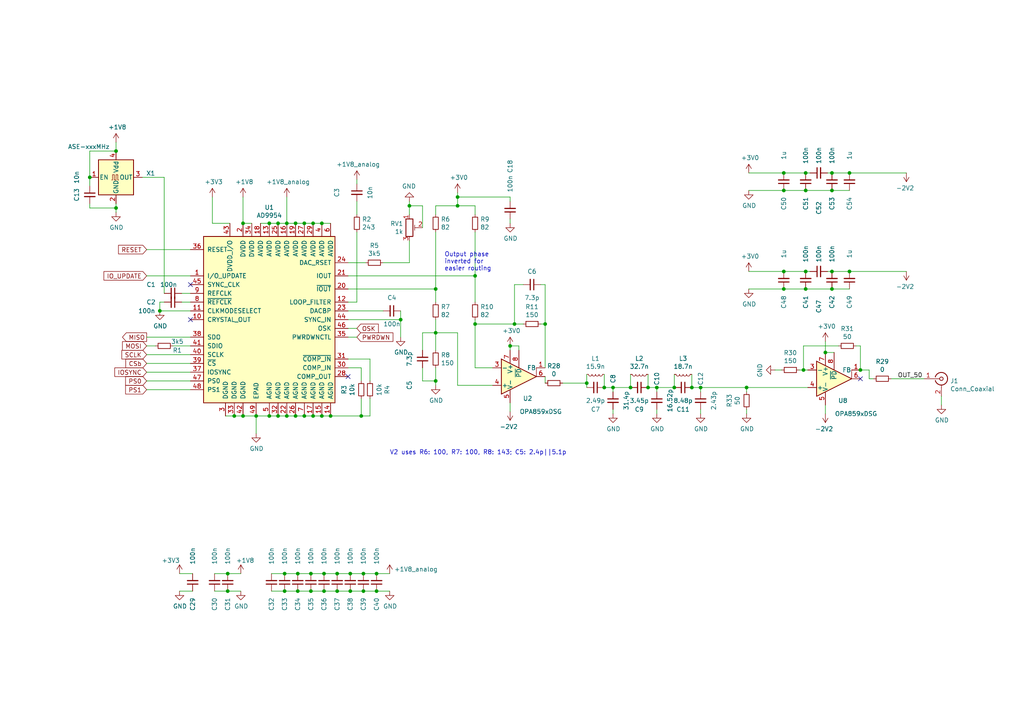
<source format=kicad_sch>
(kicad_sch (version 20230121) (generator eeschema)
  (paper "A4")
  (lib_symbols
    (symbol "Amplifier_Operational:OPA859xDSG" (pin_names (offset 0.127))
      (property "Reference" "U" (at 1.27 8.89 0))
      (property "Value" "OPA859xDSG" (at 1.27 6.35 0))
      (symbol "OPA859xDSG_0_0"
        (pin power_in line (at -2.54 7.62 270) (length 3.81) (name "V+") (number "7"))
        (pin input line (at 0 7.62 270) (length 5.08) (name "~{PD}") (number "8"))
        (pin passive line (at -2.54 -7.62 90) (length 3.81) hide (name "V-") (number "9"))
      )
      (symbol "OPA859xDSG_0_1"
        (polyline (pts (xy 5.08 0) (xy 5.08 2.54)) (stroke (width 0.1524)))
        (polyline (pts (xy -5.08 5.08) (xy 5.08 0) (xy -5.08 -5.08) (xy -5.08 5.08)) (stroke (width 0.254)) (fill (type background)))
        (pin no_connect line (at -5.08 -5.08 90) (length 3.81) hide (name "NC") (number "2"))
        (pin output line (at 7.62 0 180) (length 2.54) (name "~") (number "6"))
      )
      (symbol "OPA859xDSG_1_1"
        (pin output line (at 7.62 2.54 180) (length 2.54) (name "FB") (number "1"))
        (pin input line (at -7.62 2.54 0) (length 2.54) (name "-") (number "3"))
        (pin input line (at -7.62 -2.54 0) (length 2.54) (name "+") (number "4"))
        (pin power_in line (at -2.54 -7.62 90) (length 3.81) (name "V-") (number "5"))
      )
    )
    (symbol "Connector:Conn_Coaxial" (pin_names (offset 1.016) hide)
      (property "Reference" "J" (at 0.254 3.048 0))
      (property "Value" "Conn_Coaxial" (at 2.921 0 90))
      (symbol "Conn_Coaxial_0_1"
        (arc (start -1.778 -0.508) (mid 0.2311 -1.8066) (end 1.778 0) (stroke (width 0.254)))
        (polyline (pts (xy -2.54 0) (xy -0.508 0)))
        (polyline (pts (xy 0 -2.54) (xy 0 -1.778)))
        (circle (center 0 0) (radius 0.508) (stroke (width 0.2032)))
        (arc (start 1.778 0) (mid 0.2099 1.8101) (end -1.778 0.508) (stroke (width 0.254)))
      )
      (symbol "Conn_Coaxial_1_1"
        (pin passive line (at -5.08 0 0) (length 2.54) (name "In") (number "1"))
        (pin passive line (at 0 -5.08 90) (length 2.54) (name "Ext") (number "2"))
      )
    )
    (symbol "Device:C_Small" (pin_numbers hide) (pin_names (offset 0.254) hide)
      (property "Reference" "C" (at 0.254 1.778 0))
      (property "Value" "C_Small" (at 0.254 -2.032 0))
      (symbol "C_Small_0_1"
        (polyline (pts (xy -1.524 -0.508) (xy 1.524 -0.508)) (stroke (width 0.3302)))
        (polyline (pts (xy -1.524 0.508) (xy 1.524 0.508)) (stroke (width 0.3048)))
      )
      (symbol "C_Small_1_1"
        (pin passive line (at 0 2.54 270) (length 2.032) (name "~") (number "1"))
        (pin passive line (at 0 -2.54 90) (length 2.032) (name "~") (number "2"))
      )
    )
    (symbol "Device:L_Small" (pin_numbers hide) (pin_names (offset 0.254) hide)
      (property "Reference" "L" (at 0.762 1.016 0))
      (property "Value" "L_Small" (at 0.762 -1.016 0))
      (symbol "L_Small_0_1"
        (arc (start 0 -2.032) (mid 0.5058 -1.524) (end 0 -1.016))
        (arc (start 0 -1.016) (mid 0.5058 -0.508) (end 0 0))
        (arc (start 0 0) (mid 0.5058 0.508) (end 0 1.016))
        (arc (start 0 1.016) (mid 0.5058 1.524) (end 0 2.032))
      )
      (symbol "L_Small_1_1"
        (pin passive line (at 0 2.54 270) (length 0.508) (name "~") (number "1"))
        (pin passive line (at 0 -2.54 90) (length 0.508) (name "~") (number "2"))
      )
    )
    (symbol "Device:R_Small" (pin_numbers hide) (pin_names (offset 0.254) hide)
      (property "Reference" "R" (at 0.762 0.508 0))
      (property "Value" "R_Small" (at 0.762 -1.016 0))
      (symbol "R_Small_0_1"
        (rectangle (start -0.762 1.778) (end 0.762 -1.778) (stroke (width 0.2032)))
      )
      (symbol "R_Small_1_1"
        (pin passive line (at 0 2.54 270) (length 0.762) (name "~") (number "1"))
        (pin passive line (at 0 -2.54 90) (length 0.762) (name "~") (number "2"))
      )
    )
    (symbol "Oscillator:ASE-xxxMHz" (pin_names (offset 0.254))
      (property "Reference" "X" (at -5.08 6.35 0))
      (property "Value" "ASE-xxxMHz" (at 1.27 -6.35 0))
      (symbol "ASE-xxxMHz_0_1"
        (rectangle (start -5.08 5.08) (end 5.08 -5.08) (stroke (width 0.254)) (fill (type background)))
        (polyline (pts (xy -1.27 -0.762) (xy -1.016 -0.762) (xy -1.016 0.762) (xy -0.508 0.762) (xy -0.508 -0.762) (xy 0 -0.762) (xy 0 0.762) (xy 0.508 0.762) (xy 0.508 -0.762) (xy 0.762 -0.762)))
      )
      (symbol "ASE-xxxMHz_1_1"
        (pin input line (at -7.62 0 0) (length 2.54) (name "EN") (number "1"))
        (pin power_in line (at 0 -7.62 90) (length 2.54) (name "GND") (number "2"))
        (pin output line (at 7.62 0 180) (length 2.54) (name "OUT") (number "3"))
        (pin power_in line (at 0 7.62 270) (length 2.54) (name "Vdd") (number "4"))
      )
    )
    (symbol "fmc:+1V8_analog" (power) (pin_names (offset 0))
      (property "Value" "+1V8_analog" (at 0 3.556 0))
      (symbol "+1V8_analog_0_1"
        (polyline (pts (xy -0.762 1.27) (xy 0 2.54)))
        (polyline (pts (xy 0 0) (xy 0 2.54)))
        (polyline (pts (xy 0 2.54) (xy 0.762 1.27)))
      )
      (symbol "+1V8_analog_1_1"
        (pin power_in line (at 0 0 90) (length 0) hide (name "+1V8_analog") (number "1"))
      )
    )
    (symbol "fmc:-2V2" (power) (pin_names (offset 0))
      (property "Value" "-2V2" (at 0 3.556 0))
      (symbol "-2V2_0_1"
        (polyline (pts (xy -0.762 1.27) (xy 0 2.54)))
        (polyline (pts (xy 0 0) (xy 0 2.54)))
        (polyline (pts (xy 0 2.54) (xy 0.762 1.27)))
      )
      (symbol "-2V2_1_1"
        (pin power_in line (at 0 0 90) (length 0) hide (name "-2V2") (number "1"))
      )
    )
    (symbol "power:+1V8" (power) (pin_names (offset 0))
      (property "Value" "+1V8" (at 0 3.556 0))
      (symbol "+1V8_0_1"
        (polyline (pts (xy -0.762 1.27) (xy 0 2.54)))
        (polyline (pts (xy 0 0) (xy 0 2.54)))
        (polyline (pts (xy 0 2.54) (xy 0.762 1.27)))
      )
      (symbol "+1V8_1_1"
        (pin power_in line (at 0 0 90) (length 0) hide (name "+1V8") (number "1"))
      )
    )
    (symbol "power:+3V0" (power) (pin_names (offset 0))
      (property "Value" "+3V0" (at 0 3.556 0))
      (symbol "+3V0_0_1"
        (polyline (pts (xy -0.762 1.27) (xy 0 2.54)))
        (polyline (pts (xy 0 0) (xy 0 2.54)))
        (polyline (pts (xy 0 2.54) (xy 0.762 1.27)))
      )
      (symbol "+3V0_1_1"
        (pin power_in line (at 0 0 90) (length 0) hide (name "+3V0") (number "1"))
      )
    )
    (symbol "power:+3V3" (power) (pin_names (offset 0))
      (property "Value" "+3V3" (at 0 3.556 0))
      (symbol "+3V3_0_1"
        (polyline (pts (xy -0.762 1.27) (xy 0 2.54)))
        (polyline (pts (xy 0 0) (xy 0 2.54)))
        (polyline (pts (xy 0 2.54) (xy 0.762 1.27)))
      )
      (symbol "+3V3_1_1"
        (pin power_in line (at 0 0 90) (length 0) hide (name "+3V3") (number "1"))
      )
    )
    (symbol "power:GND" (power) (pin_names (offset 0))
      (property "Value" "GND" (at 0 -3.81 0))
      (symbol "GND_0_1"
        (polyline (pts (xy 0 0) (xy 0 -1.27) (xy 1.27 -1.27) (xy 0 -2.54) (xy -1.27 -1.27) (xy 0 -1.27)))
      )
      (symbol "GND_1_1"
        (pin power_in line (at 0 0 270) (length 0) hide (name "GND") (number "1"))
      )
    )
    (symbol "siggen-rescue:AD9954-obbo_IC-siggen-rescue" (pin_names (offset 1.016))
      (property "Reference" "U" (at -19.05 27.94 0))
      (property "Value" "siggen-rescue_AD9954-obbo_IC" (at -21.336 25.146 0))
      (symbol "AD9954-obbo_IC-siggen-rescue_0_1"
        (rectangle (start -19.05 24.13) (end 19.05 -24.13) (stroke (width 0.254)) (fill (type background)))
      )
      (symbol "AD9954-obbo_IC-siggen-rescue_1_1"
        (pin input line (at -22.86 12.7 0) (length 3.81) (name "I/O_UPDATE") (number "1"))
        (pin output line (at -22.86 0 0) (length 3.81) (name "CRYSTAL_OUT") (number "10"))
        (pin input line (at -22.86 2.54 0) (length 3.81) (name "CLKMODESELECT") (number "11"))
        (pin input line (at 22.86 5.08 180) (length 3.81) (name "LOOP_FILTER") (number "12"))
        (pin power_in line (at 0 27.94 270) (length 3.81) (name "AVDD") (number "13"))
        (pin power_in line (at 17.78 -27.94 90) (length 3.81) (name "AGND") (number "14"))
        (pin power_in line (at 15.24 -27.94 90) (length 3.81) (name "AGND") (number "15"))
        (pin power_in line (at 5.08 27.94 270) (length 3.81) (name "AVDD") (number "16"))
        (pin power_in line (at 12.7 -27.94 90) (length 3.81) (name "AGND") (number "17"))
        (pin power_in line (at -2.54 27.94 270) (length 3.81) (name "AVDD") (number "18"))
        (pin power_in line (at 7.62 27.94 270) (length 3.81) (name "AVDD") (number "19"))
        (pin power_in line (at -7.62 27.94 270) (length 3.81) (name "DVDD") (number "2"))
        (pin output line (at 22.86 8.89 180) (length 3.81) (name "~{IOUT}") (number "20"))
        (pin output line (at 22.86 12.7 180) (length 3.81) (name "IOUT") (number "21"))
        (pin power_in line (at 5.08 -27.94 90) (length 3.81) (name "AGND") (number "22"))
        (pin input line (at 22.86 2.54 180) (length 3.81) (name "DACBP") (number "23"))
        (pin input line (at 22.86 16.51 180) (length 3.81) (name "DAC_RSET") (number "24"))
        (pin power_in line (at 2.54 27.94 270) (length 3.81) (name "AVDD") (number "25"))
        (pin power_in line (at 7.62 -27.94 90) (length 3.81) (name "AGND") (number "26"))
        (pin power_in line (at 10.16 27.94 270) (length 3.81) (name "AVDD") (number "27"))
        (pin output line (at 22.86 -16.51 180) (length 3.81) (name "COMP_OUT") (number "28"))
        (pin power_in line (at 12.7 27.94 270) (length 3.81) (name "AVDD") (number "29"))
        (pin power_in line (at -12.7 -27.94 90) (length 3.81) (name "DGND") (number "3"))
        (pin input line (at 22.86 -13.97 180) (length 3.81) (name "COMP_IN") (number "30"))
        (pin input line (at 22.86 -11.43 180) (length 3.81) (name "~{COMP_IN}") (number "31"))
        (pin power_in line (at 2.54 -27.94 90) (length 3.81) (name "AGND") (number "32"))
        (pin power_in line (at -10.16 -27.94 90) (length 3.81) (name "DGND") (number "33"))
        (pin power_in line (at -5.08 27.94 270) (length 3.81) (name "DVDD") (number "34"))
        (pin input line (at 22.86 -5.08 180) (length 3.81) (name "PWRDWNCTL") (number "35"))
        (pin input line (at -22.86 20.32 0) (length 3.81) (name "RESET") (number "36"))
        (pin input line (at -22.86 -15.24 0) (length 3.81) (name "IOSYNC") (number "37"))
        (pin output line (at -22.86 -5.08 0) (length 3.81) (name "SDO") (number "38"))
        (pin input line (at -22.86 -12.7 0) (length 3.81) (name "~{CS}") (number "39"))
        (pin power_in line (at 15.24 27.94 270) (length 3.81) (name "AVDD") (number "4"))
        (pin input line (at -22.86 -10.16 0) (length 3.81) (name "SCLK") (number "40"))
        (pin bidirectional line (at -22.86 -7.62 0) (length 3.81) (name "SDIO") (number "41"))
        (pin power_in line (at -7.62 -27.94 90) (length 3.81) (name "DGND") (number "42"))
        (pin power_in line (at -11.43 27.94 270) (length 3.81) (name "DVDD_I/O") (number "43"))
        (pin input line (at 22.86 0 180) (length 3.81) (name "SYNC_IN") (number "44"))
        (pin output line (at -22.86 10.16 0) (length 3.81) (name "SYNC_CLK") (number "45"))
        (pin input line (at 22.86 -2.54 180) (length 3.81) (name "OSK") (number "46"))
        (pin input line (at -22.86 -17.78 0) (length 3.81) (name "PS0") (number "47"))
        (pin input line (at -22.86 -20.32 0) (length 3.81) (name "PS1") (number "48"))
        (pin power_in line (at -3.81 -27.94 90) (length 3.81) (name "EPAD") (number "49"))
        (pin power_in line (at 0 -27.94 90) (length 3.81) (name "AGND") (number "5"))
        (pin power_in line (at 17.78 27.94 270) (length 3.81) (name "AVDD") (number "6"))
        (pin power_in line (at 10.16 -27.94 90) (length 3.81) (name "AGND") (number "7"))
        (pin input line (at -22.86 5.08 0) (length 3.81) (name "~{REFCLK}") (number "8"))
        (pin input line (at -22.86 7.62 0) (length 3.81) (name "REFCLK") (number "9"))
      )
    )
    (symbol "siggen-rescue:R_POT_TRIM-Device" (pin_names (offset 1.016) hide)
      (property "Reference" "RV" (at -4.445 0 90))
      (property "Value" "Device_R_POT_TRIM" (at -2.54 0 90))
      (symbol "R_POT_TRIM-Device_0_1"
        (polyline (pts (xy 1.524 0.762) (xy 1.524 -0.762)))
        (polyline (pts (xy 2.54 0) (xy 1.524 0)))
        (rectangle (start 1.016 2.54) (end -1.016 -2.54) (stroke (width 0.254)))
      )
      (symbol "R_POT_TRIM-Device_1_1"
        (pin passive line (at 0 3.81 270) (length 1.27) (name "1") (number "1"))
        (pin passive line (at 3.81 0 180) (length 1.27) (name "2") (number "2"))
        (pin passive line (at 0 -3.81 90) (length 1.27) (name "3") (number "3"))
      )
    )
  )
  (junction (at 233.68 55.245))
  (junction (at 80.645 120.65))
  (junction (at 46.355 90.17))
  (junction (at 227.33 50.165))
  (junction (at 246.38 50.165))
  (junction (at 88.265 64.77))
  (junction (at 170.18 111.125))
  (junction (at 105.41 166.37))
  (junction (at 203.2 112.395))
  (junction (at 67.945 120.65))
  (junction (at 66.04 166.37))
  (junction (at 82.55 166.37))
  (junction (at 227.33 78.74))
  (junction (at 109.22 166.37))
  (junction (at 195.58 112.395))
  (junction (at 78.105 64.77))
  (junction (at 97.79 166.37))
  (junction (at 190.5 112.395))
  (junction (at 175.26 112.395))
  (junction (at 101.6 171.45))
  (junction (at 93.98 166.37))
  (junction (at 86.36 171.45))
  (junction (at 216.535 112.395))
  (junction (at 93.345 120.65))
  (junction (at 66.04 171.45))
  (junction (at 132.715 59.69))
  (junction (at 241.3 78.74))
  (junction (at 241.3 50.165))
  (junction (at 249.555 107.315))
  (junction (at 227.33 83.82))
  (junction (at 233.68 78.74))
  (junction (at 95.885 120.65))
  (junction (at 182.88 112.395))
  (junction (at 88.265 120.65))
  (junction (at 90.17 166.37))
  (junction (at 85.725 64.77))
  (junction (at 126.365 96.52))
  (junction (at 101.6 166.37))
  (junction (at 233.68 83.82))
  (junction (at 147.955 100.33))
  (junction (at 82.55 171.45))
  (junction (at 33.655 60.325))
  (junction (at 177.8 112.395))
  (junction (at 239.395 102.235))
  (junction (at 126.365 83.82))
  (junction (at 137.795 80.01))
  (junction (at 33.655 43.815))
  (junction (at 137.795 93.98))
  (junction (at 241.3 83.82))
  (junction (at 200.66 112.395))
  (junction (at 26.035 51.435))
  (junction (at 93.345 64.77))
  (junction (at 97.79 171.45))
  (junction (at 83.185 64.77))
  (junction (at 90.17 171.45))
  (junction (at 85.725 120.65))
  (junction (at 227.33 55.245))
  (junction (at 126.365 110.49))
  (junction (at 86.36 166.37))
  (junction (at 132.715 57.15))
  (junction (at 70.485 120.65))
  (junction (at 241.3 55.245))
  (junction (at 233.045 107.315))
  (junction (at 109.22 171.45))
  (junction (at 118.745 59.69))
  (junction (at 78.105 120.65))
  (junction (at 93.98 171.45))
  (junction (at 116.205 92.71))
  (junction (at 104.775 120.65))
  (junction (at 70.485 64.77))
  (junction (at 233.68 50.165))
  (junction (at 83.185 120.65))
  (junction (at 149.225 93.98))
  (junction (at 246.38 78.74))
  (junction (at 90.805 120.65))
  (junction (at 80.645 64.77))
  (junction (at 74.295 120.65))
  (junction (at 90.805 64.77))
  (junction (at 187.96 112.395))
  (junction (at 105.41 171.45))
  (junction (at 158.115 93.98))
  (no_connect (at 55.245 82.55))
  (no_connect (at 100.965 109.22))
  (no_connect (at 55.245 92.71))
  (no_connect (at 249.555 109.855))
  (wire (pts (xy 70.485 120.65) (xy 74.295 120.65)))
  (wire (pts (xy 107.315 115.57) (xy 107.315 120.65)))
  (wire (pts (xy 109.22 171.45) (xy 113.03 171.45)))
  (wire (pts (xy 137.795 92.71) (xy 137.795 93.98)))
  (wire (pts (xy 86.36 171.45) (xy 90.17 171.45)))
  (wire (pts (xy 122.555 110.49) (xy 126.365 110.49)))
  (wire (pts (xy 150.495 100.33) (xy 147.955 100.33)))
  (wire (pts (xy 132.715 111.76) (xy 142.875 111.76)))
  (wire (pts (xy 83.185 64.77) (xy 85.725 64.77)))
  (wire (pts (xy 47.625 51.435) (xy 47.625 85.09)))
  (wire (pts (xy 246.38 78.74) (xy 241.3 78.74)))
  (wire (pts (xy 126.365 96.52) (xy 132.715 96.52)))
  (wire (pts (xy 33.655 60.325) (xy 33.655 61.595)))
  (wire (pts (xy 233.045 100.33) (xy 233.045 107.315)))
  (wire (pts (xy 46.355 87.63) (xy 46.355 90.17)))
  (wire (pts (xy 126.365 92.71) (xy 126.365 96.52)))
  (wire (pts (xy 42.545 72.39) (xy 55.245 72.39)))
  (wire (pts (xy 227.33 50.165) (xy 233.68 50.165)))
  (wire (pts (xy 273.05 117.475) (xy 273.05 114.935)))
  (wire (pts (xy 175.26 108.585) (xy 175.26 112.395)))
  (wire (pts (xy 132.715 55.88) (xy 132.715 57.15)))
  (wire (pts (xy 100.965 76.2) (xy 106.045 76.2)))
  (wire (pts (xy 78.105 120.65) (xy 80.645 120.65)))
  (wire (pts (xy 42.545 107.95) (xy 55.245 107.95)))
  (wire (pts (xy 26.035 60.325) (xy 33.655 60.325)))
  (wire (pts (xy 75.565 64.77) (xy 78.105 64.77)))
  (wire (pts (xy 103.505 62.23) (xy 103.505 58.42)))
  (wire (pts (xy 42.545 97.79) (xy 55.245 97.79)))
  (wire (pts (xy 147.955 119.38) (xy 147.955 116.84)))
  (wire (pts (xy 151.765 82.55) (xy 149.225 82.55)))
  (wire (pts (xy 187.96 112.395) (xy 190.5 112.395)))
  (wire (pts (xy 85.725 64.77) (xy 88.265 64.77)))
  (wire (pts (xy 170.18 111.125) (xy 170.18 112.395)))
  (wire (pts (xy 233.68 55.245) (xy 241.3 55.245)))
  (wire (pts (xy 156.845 82.55) (xy 158.115 82.55)))
  (wire (pts (xy 116.205 92.71) (xy 116.205 90.17)))
  (wire (pts (xy 147.955 57.15) (xy 147.955 58.42)))
  (wire (pts (xy 246.38 83.82) (xy 241.3 83.82)))
  (wire (pts (xy 62.23 171.45) (xy 66.04 171.45)))
  (wire (pts (xy 137.795 59.69) (xy 137.795 62.23)))
  (wire (pts (xy 177.8 120.015) (xy 177.8 118.745)))
  (wire (pts (xy 93.345 64.77) (xy 95.885 64.77)))
  (wire (pts (xy 101.6 166.37) (xy 105.41 166.37)))
  (wire (pts (xy 147.955 63.5) (xy 147.955 64.77)))
  (wire (pts (xy 65.405 120.65) (xy 67.945 120.65)))
  (wire (pts (xy 216.535 118.745) (xy 216.535 120.015)))
  (wire (pts (xy 93.98 166.37) (xy 97.79 166.37)))
  (wire (pts (xy 217.17 78.74) (xy 227.33 78.74)))
  (wire (pts (xy 227.33 78.74) (xy 233.68 78.74)))
  (wire (pts (xy 100.965 104.14) (xy 107.315 104.14)))
  (wire (pts (xy 126.365 62.23) (xy 126.365 59.69)))
  (wire (pts (xy 103.505 87.63) (xy 100.965 87.63)))
  (wire (pts (xy 122.555 96.52) (xy 122.555 101.6)))
  (wire (pts (xy 78.74 171.45) (xy 82.55 171.45)))
  (wire (pts (xy 203.2 120.015) (xy 203.2 118.745)))
  (wire (pts (xy 240.03 78.74) (xy 241.3 78.74)))
  (wire (pts (xy 147.955 100.33) (xy 147.955 101.6)))
  (wire (pts (xy 26.035 53.975) (xy 26.035 51.435)))
  (wire (pts (xy 42.545 105.41) (xy 55.245 105.41)))
  (wire (pts (xy 175.26 112.395) (xy 177.8 112.395)))
  (wire (pts (xy 126.365 59.69) (xy 132.715 59.69)))
  (wire (pts (xy 70.485 64.77) (xy 73.025 64.77)))
  (wire (pts (xy 103.505 67.31) (xy 103.505 87.63)))
  (wire (pts (xy 158.115 93.98) (xy 158.115 106.68)))
  (wire (pts (xy 100.965 80.01) (xy 137.795 80.01)))
  (wire (pts (xy 132.715 57.15) (xy 132.715 59.69)))
  (wire (pts (xy 243.205 100.33) (xy 233.045 100.33)))
  (wire (pts (xy 200.66 108.585) (xy 200.66 112.395)))
  (wire (pts (xy 126.365 96.52) (xy 122.555 96.52)))
  (wire (pts (xy 42.545 110.49) (xy 55.245 110.49)))
  (wire (pts (xy 61.595 64.77) (xy 66.675 64.77)))
  (wire (pts (xy 227.33 55.245) (xy 233.68 55.245)))
  (wire (pts (xy 126.365 67.31) (xy 126.365 83.82)))
  (wire (pts (xy 195.58 108.585) (xy 195.58 112.395)))
  (wire (pts (xy 83.185 57.15) (xy 83.185 64.77)))
  (wire (pts (xy 47.625 87.63) (xy 46.355 87.63)))
  (wire (pts (xy 203.2 112.395) (xy 203.2 113.665)))
  (wire (pts (xy 137.795 80.01) (xy 137.795 87.63)))
  (wire (pts (xy 118.745 62.23) (xy 118.745 59.69)))
  (wire (pts (xy 126.365 96.52) (xy 126.365 101.6)))
  (wire (pts (xy 132.715 57.15) (xy 147.955 57.15)))
  (wire (pts (xy 149.225 82.55) (xy 149.225 93.98)))
  (wire (pts (xy 137.795 93.98) (xy 149.225 93.98)))
  (wire (pts (xy 240.03 50.165) (xy 241.3 50.165)))
  (wire (pts (xy 234.95 50.165) (xy 233.68 50.165)))
  (wire (pts (xy 88.265 64.77) (xy 90.805 64.77)))
  (wire (pts (xy 33.655 59.055) (xy 33.655 60.325)))
  (wire (pts (xy 170.18 108.585) (xy 170.18 111.125)))
  (wire (pts (xy 104.775 115.57) (xy 104.775 120.65)))
  (wire (pts (xy 111.125 76.2) (xy 118.745 76.2)))
  (wire (pts (xy 101.6 171.45) (xy 105.41 171.45)))
  (wire (pts (xy 262.89 78.74) (xy 246.38 78.74)))
  (wire (pts (xy 126.365 110.49) (xy 126.365 111.76)))
  (wire (pts (xy 233.045 107.315) (xy 234.315 107.315)))
  (wire (pts (xy 26.035 59.055) (xy 26.035 60.325)))
  (wire (pts (xy 100.965 95.25) (xy 103.505 95.25)))
  (wire (pts (xy 200.66 112.395) (xy 203.2 112.395)))
  (wire (pts (xy 246.38 50.165) (xy 241.3 50.165)))
  (wire (pts (xy 137.795 106.68) (xy 142.875 106.68)))
  (wire (pts (xy 227.33 83.82) (xy 233.68 83.82)))
  (wire (pts (xy 182.88 108.585) (xy 182.88 112.395)))
  (wire (pts (xy 190.5 120.015) (xy 190.5 118.745)))
  (wire (pts (xy 42.545 113.03) (xy 55.245 113.03)))
  (wire (pts (xy 26.035 43.815) (xy 26.035 51.435)))
  (wire (pts (xy 177.8 112.395) (xy 182.88 112.395)))
  (wire (pts (xy 258.445 109.855) (xy 267.97 109.855)))
  (wire (pts (xy 203.2 112.395) (xy 216.535 112.395)))
  (wire (pts (xy 122.555 106.68) (xy 122.555 110.49)))
  (wire (pts (xy 262.89 50.165) (xy 246.38 50.165)))
  (wire (pts (xy 83.185 120.65) (xy 85.725 120.65)))
  (wire (pts (xy 52.07 171.45) (xy 55.88 171.45)))
  (wire (pts (xy 100.965 106.68) (xy 104.775 106.68)))
  (wire (pts (xy 105.41 171.45) (xy 109.22 171.45)))
  (wire (pts (xy 253.365 109.855) (xy 252.095 109.855)))
  (wire (pts (xy 103.505 52.07) (xy 103.505 53.34)))
  (wire (pts (xy 126.365 83.82) (xy 126.365 87.63)))
  (wire (pts (xy 118.745 69.85) (xy 118.745 76.2)))
  (wire (pts (xy 239.395 99.06) (xy 239.395 102.235)))
  (wire (pts (xy 107.315 120.65) (xy 104.775 120.65)))
  (wire (pts (xy 234.95 78.74) (xy 233.68 78.74)))
  (wire (pts (xy 70.485 57.15) (xy 70.485 64.77)))
  (wire (pts (xy 100.965 92.71) (xy 116.205 92.71)))
  (wire (pts (xy 93.98 171.45) (xy 97.79 171.45)))
  (wire (pts (xy 105.41 166.37) (xy 109.22 166.37)))
  (wire (pts (xy 82.55 171.45) (xy 86.36 171.45)))
  (wire (pts (xy 149.225 93.98) (xy 151.765 93.98)))
  (wire (pts (xy 122.555 66.04) (xy 122.555 59.69)))
  (wire (pts (xy 216.535 112.395) (xy 216.535 113.665)))
  (wire (pts (xy 216.535 112.395) (xy 234.315 112.395)))
  (wire (pts (xy 78.74 166.37) (xy 82.55 166.37)))
  (wire (pts (xy 82.55 166.37) (xy 86.36 166.37)))
  (wire (pts (xy 69.85 166.37) (xy 66.04 166.37)))
  (wire (pts (xy 97.79 166.37) (xy 101.6 166.37)))
  (wire (pts (xy 116.205 97.79) (xy 116.205 92.71)))
  (wire (pts (xy 217.17 55.245) (xy 227.33 55.245)))
  (wire (pts (xy 90.17 166.37) (xy 93.98 166.37)))
  (wire (pts (xy 177.8 112.395) (xy 177.8 113.665)))
  (wire (pts (xy 126.365 106.68) (xy 126.365 110.49)))
  (wire (pts (xy 239.395 117.475) (xy 239.395 120.015)))
  (wire (pts (xy 80.645 64.77) (xy 83.185 64.77)))
  (wire (pts (xy 93.345 120.65) (xy 95.885 120.65)))
  (wire (pts (xy 52.07 166.37) (xy 55.88 166.37)))
  (wire (pts (xy 62.23 166.37) (xy 66.04 166.37)))
  (wire (pts (xy 158.115 82.55) (xy 158.115 93.98)))
  (wire (pts (xy 233.68 83.82) (xy 241.3 83.82)))
  (wire (pts (xy 66.04 171.45) (xy 69.85 171.45)))
  (wire (pts (xy 33.655 43.815) (xy 26.035 43.815)))
  (wire (pts (xy 107.315 104.14) (xy 107.315 110.49)))
  (wire (pts (xy 113.03 166.37) (xy 109.22 166.37)))
  (wire (pts (xy 97.79 171.45) (xy 101.6 171.45)))
  (wire (pts (xy 122.555 59.69) (xy 118.745 59.69)))
  (wire (pts (xy 158.115 109.22) (xy 158.115 111.125)))
  (wire (pts (xy 217.17 83.82) (xy 227.33 83.82)))
  (wire (pts (xy 52.705 85.09) (xy 55.245 85.09)))
  (wire (pts (xy 137.795 67.31) (xy 137.795 80.01)))
  (wire (pts (xy 42.545 102.87) (xy 55.245 102.87)))
  (wire (pts (xy 249.555 100.33) (xy 249.555 107.315)))
  (wire (pts (xy 132.715 96.52) (xy 132.715 111.76)))
  (wire (pts (xy 86.36 166.37) (xy 90.17 166.37)))
  (wire (pts (xy 42.545 100.33) (xy 45.085 100.33)))
  (wire (pts (xy 252.095 107.315) (xy 249.555 107.315)))
  (wire (pts (xy 217.17 50.165) (xy 227.33 50.165)))
  (wire (pts (xy 224.79 107.315) (xy 226.695 107.315)))
  (wire (pts (xy 90.17 171.45) (xy 93.98 171.45)))
  (wire (pts (xy 90.805 64.77) (xy 93.345 64.77)))
  (wire (pts (xy 74.295 125.73) (xy 74.295 120.65)))
  (wire (pts (xy 85.725 120.65) (xy 88.265 120.65)))
  (wire (pts (xy 137.795 93.98) (xy 137.795 106.68)))
  (wire (pts (xy 190.5 112.395) (xy 190.5 113.665)))
  (wire (pts (xy 246.38 55.245) (xy 241.3 55.245)))
  (wire (pts (xy 100.965 97.79) (xy 103.505 97.79)))
  (wire (pts (xy 100.965 83.82) (xy 126.365 83.82)))
  (wire (pts (xy 132.715 59.69) (xy 137.795 59.69)))
  (wire (pts (xy 55.245 90.17) (xy 46.355 90.17)))
  (wire (pts (xy 104.775 120.65) (xy 95.885 120.65)))
  (wire (pts (xy 80.645 120.65) (xy 83.185 120.65)))
  (wire (pts (xy 100.965 90.17) (xy 111.125 90.17)))
  (wire (pts (xy 33.655 41.275) (xy 33.655 43.815)))
  (wire (pts (xy 88.265 120.65) (xy 90.805 120.65)))
  (wire (pts (xy 156.845 93.98) (xy 158.115 93.98)))
  (wire (pts (xy 52.705 87.63) (xy 55.245 87.63)))
  (wire (pts (xy 190.5 112.395) (xy 195.58 112.395)))
  (wire (pts (xy 163.195 111.125) (xy 170.18 111.125)))
  (wire (pts (xy 61.595 57.15) (xy 61.595 64.77)))
  (wire (pts (xy 118.745 59.69) (xy 118.745 58.42)))
  (wire (pts (xy 47.625 51.435) (xy 41.275 51.435)))
  (wire (pts (xy 150.495 101.6) (xy 150.495 100.33)))
  (wire (pts (xy 78.105 64.77) (xy 80.645 64.77)))
  (wire (pts (xy 248.285 100.33) (xy 249.555 100.33)))
  (wire (pts (xy 239.395 102.235) (xy 241.935 102.235)))
  (wire (pts (xy 74.295 120.65) (xy 78.105 120.65)))
  (wire (pts (xy 252.095 109.855) (xy 252.095 107.315)))
  (wire (pts (xy 90.805 120.65) (xy 93.345 120.65)))
  (wire (pts (xy 231.775 107.315) (xy 233.045 107.315)))
  (wire (pts (xy 187.96 108.585) (xy 187.96 112.395)))
  (wire (pts (xy 50.165 100.33) (xy 55.245 100.33)))
  (wire (pts (xy 104.775 106.68) (xy 104.775 110.49)))
  (wire (pts (xy 42.545 80.01) (xy 55.245 80.01)))
  (wire (pts (xy 67.945 120.65) (xy 70.485 120.65)))
  (text "V2 uses R6: 100, R7: 100, R8: 143; C5: 2.4p||5.1p" (at 113.03 132.08 0) (effects (font (size 1.27 1.27)) (justify left bottom)))
  (text "Output phase\ninverted for \neasier routing" (at 128.905 78.74 0) (effects (font (size 1.27 1.27)) (justify left bottom)))
  (label "OUT_50" (at 260.35 109.855 0))
  (global_label "RESET" (shape input) (at 42.545 72.39 180) (property "Intersheetrefs" "${INTERSHEET_REFS}" (effects hide)))
  (global_label "SCLK" (shape input) (at 42.545 102.87 180) (property "Intersheetrefs" "${INTERSHEET_REFS}" (effects hide)))
  (global_label "MISO" (shape output) (at 42.545 97.79 180) (property "Intersheetrefs" "${INTERSHEET_REFS}" (effects hide)))
  (global_label "MOSI" (shape input) (at 42.545 100.33 180) (property "Intersheetrefs" "${INTERSHEET_REFS}" (effects hide)))
  (global_label "PWRDWN" (shape input) (at 103.505 97.79 0) (property "Intersheetrefs" "${INTERSHEET_REFS}" (effects hide)))
  (global_label "PS1" (shape input) (at 42.545 113.03 180) (property "Intersheetrefs" "${INTERSHEET_REFS}" (effects hide)))
  (global_label "OSK" (shape input) (at 103.505 95.25 0) (property "Intersheetrefs" "${INTERSHEET_REFS}" (effects hide)))
  (global_label "CSb" (shape input) (at 42.545 105.41 180) (property "Intersheetrefs" "${INTERSHEET_REFS}" (effects hide)))
  (global_label "IOSYNC" (shape input) (at 42.545 107.95 180) (property "Intersheetrefs" "${INTERSHEET_REFS}" (effects hide)))
  (global_label "PS0" (shape input) (at 42.545 110.49 180) (property "Intersheetrefs" "${INTERSHEET_REFS}" (effects hide)))
  (global_label "IO_UPDATE" (shape input) (at 42.545 80.01 180) (property "Intersheetrefs" "${INTERSHEET_REFS}" (effects hide)))
  (symbol (lib_id "Device:C_Small") (at 147.955 60.96 180) (unit 1)
    (property "Reference" "C18" (at 147.955 48.26 90))
    (property "Value" "100n" (at 147.955 53.34 90))
    (property "Footprint" "Capacitor_SMD:C_0402_1005Metric" (effects hide))
    (instances (project "siggen" (path "" (reference "C18") (unit 1)) (path "" (reference "C?") (unit 1))))
  )
  (symbol (lib_id "power:GND") (at 147.955 64.77 0) (unit 1)
    (property "Reference" "#PWR016" (effects hide))
    (property "Value" "GND" (at 148.082 69.1642 0))
  )
  (symbol (lib_id "Device:C_Small") (at 237.49 78.74 90) (unit 1)
    (property "Reference" "C47" (at 237.49 88.9 0))
    (property "Value" "100n" (at 237.49 73.66 0))
    (property "Footprint" "Capacitor_SMD:C_0402_1005Metric" (effects hide))
    (instances (project "siggen" (path "" (reference "C47") (unit 1)) (path "" (reference "C?") (unit 1))))
  )
  (symbol (lib_id "power:GND") (at 74.295 125.73 0) (unit 1)
    (property "Reference" "#PWR04" (effects hide))
    (property "Value" "GND" (at 74.422 130.1242 0))
    (instances (project "siggen" (path "" (reference "#PWR04") (unit 1)) (path "" (reference "#PWR?") (unit 1))))
  )
  (symbol (lib_id "power:GND") (at 116.205 97.79 0) (unit 1)
    (property "Reference" "#PWR07" (effects hide))
    (property "Value" "GND" (at 116.332 102.1842 0))
  )
  (symbol (lib_id "siggen-rescue:AD9954-obbo_IC-siggen-rescue") (at 78.105 92.71 0) (unit 1)
    (property "Reference" "U1" (at 78.105 60.1726 0))
    (property "Value" "AD9954" (at 78.105 62.484 0))
    (property "Footprint" "Package_QFP:TQFP-48-1EP_7x7mm_P0.5mm_EP3.5x3.5mm" (effects hide))
    (instances (project "siggen" (path "" (reference "U1") (unit 1)) (path "" (reference "U?") (unit 1))))
  )
  (symbol (lib_id "Device:C_Small") (at 113.665 90.17 270) (unit 1)
    (property "Reference" "C4" (at 113.665 86.36 90))
    (property "Value" "100n" (at 113.665 93.98 90))
    (property "Footprint" "Capacitor_SMD:C_0402_1005Metric" (effects hide))
    (instances (project "siggen" (path "" (reference "C4") (unit 1)) (path "" (reference "C?") (unit 1))))
  )
  (symbol (lib_id "Device:R_Small") (at 103.505 64.77 0) (unit 1)
    (property "Reference" "R2" (at 105.0036 63.6016 0) (effects (justify left)))
    (property "Value" "243" (at 105.0036 65.913 0) (effects (justify left)))
    (property "Footprint" "Resistor_SMD:R_0603_1608Metric" (effects hide))
    (instances (project "siggen" (path "" (reference "R2") (unit 1)) (path "" (reference "R?") (unit 1))))
  )
  (symbol (lib_id "Device:C_Small") (at 103.505 55.88 0) (unit 1)
    (property "Reference" "C3" (at 97.6884 55.88 90))
    (property "Value" "10n" (at 107.315 55.88 90))
    (property "Footprint" "Capacitor_SMD:C_0603_1608Metric" (effects hide))
    (instances (project "siggen" (path "" (reference "C3") (unit 1)) (path "" (reference "C?") (unit 1))))
  )
  (symbol (lib_id "Device:R_Small") (at 108.585 76.2 270) (unit 1)
    (property "Reference" "R5" (at 108.585 71.2216 90))
    (property "Value" "3k5" (at 108.585 73.533 90))
    (property "Footprint" "Resistor_SMD:R_0603_1608Metric" (effects hide))
    (instances (project "siggen" (path "" (reference "R5") (unit 1)) (path "" (reference "R?") (unit 1))))
  )
  (symbol (lib_id "Device:R_Small") (at 126.365 64.77 180) (unit 1)
    (property "Reference" "R6" (at 127.8636 63.6016 0) (effects (justify right)))
    (property "Value" "82" (at 127.8636 65.913 0) (effects (justify right)))
    (property "Footprint" "Resistor_SMD:R_0402_1005Metric" (effects hide))
    (instances (project "siggen" (path "" (reference "R6") (unit 1)) (path "" (reference "R?") (unit 1))))
  )
  (symbol (lib_id "Device:R_Small") (at 137.795 64.77 180) (unit 1)
    (property "Reference" "R9" (at 139.2936 63.6016 0) (effects (justify right)))
    (property "Value" "82" (at 139.2936 65.913 0) (effects (justify right)))
    (property "Footprint" "Resistor_SMD:R_0402_1005Metric" (effects hide))
    (instances (project "siggen" (path "" (reference "R9") (unit 1)) (path "" (reference "R?") (unit 1))))
  )
  (symbol (lib_id "Device:R_Small") (at 137.795 90.17 180) (unit 1)
    (property "Reference" "R10" (at 139.2936 89.0016 0) (effects (justify right)))
    (property "Value" "82" (at 139.2936 91.313 0) (effects (justify right)))
    (property "Footprint" "Resistor_SMD:R_0402_1005Metric" (effects hide))
    (instances (project "siggen" (path "" (reference "R10") (unit 1)) (path "" (reference "R?") (unit 1))))
  )
  (symbol (lib_id "Device:R_Small") (at 126.365 90.17 180) (unit 1)
    (property "Reference" "R7" (at 127.8636 89.0016 0) (effects (justify right)))
    (property "Value" "82" (at 127.8636 91.313 0) (effects (justify right)))
    (property "Footprint" "Resistor_SMD:R_0402_1005Metric" (effects hide))
    (instances (project "siggen" (path "" (reference "R7") (unit 1)) (path "" (reference "R?") (unit 1))))
  )
  (symbol (lib_id "Device:R_Small") (at 126.365 104.14 180) (unit 1)
    (property "Reference" "R8" (at 127.8636 102.9716 0) (effects (justify right)))
    (property "Value" "150" (at 127.8636 105.283 0) (effects (justify right)))
    (property "Footprint" "Resistor_SMD:R_0402_1005Metric" (effects hide))
    (instances (project "siggen" (path "" (reference "R8") (unit 1)) (path "" (reference "R?") (unit 1))))
  )
  (symbol (lib_id "Device:R_Small") (at 154.305 93.98 90) (unit 1)
    (property "Reference" "R11" (at 154.305 89.0016 90))
    (property "Value" "150" (at 154.305 91.313 90))
    (property "Footprint" "Resistor_SMD:R_0402_1005Metric" (effects hide))
    (instances (project "siggen" (path "" (reference "R11") (unit 1)) (path "" (reference "R?") (unit 1))))
  )
  (symbol (lib_id "Amplifier_Operational:OPA859xDSG") (at 150.495 109.22 0) (unit 1)
    (property "Reference" "U2" (at 153.035 115.57 0))
    (property "Value" "OPA859xDSG" (at 156.845 119.38 0))
    (property "Footprint" "Package_SON:WSON-8-1EP_2x2mm_P0.5mm_EP0.9x1.6mm" (effects hide))
    (property "Datasheet" "http://www.ti.com/lit/ds/symlink/opa859.pdf" (effects hide))
    (instances (project "siggen" (path "" (reference "U2") (unit 1)) (path "" (reference "U?") (unit 1))))
  )
  (symbol (lib_id "power:GND") (at 126.365 111.76 0) (unit 1)
    (property "Reference" "#PWR09" (effects hide))
    (property "Value" "GND" (at 126.492 116.1542 0))
  )
  (symbol (lib_id "siggen-rescue:R_POT_TRIM-Device") (at 118.745 66.04 0) (unit 1)
    (property "Reference" "RV1" (at 116.967 64.8716 0) (effects (justify right)))
    (property "Value" "1k" (at 116.967 67.183 0) (effects (justify right)))
    (property "Footprint" "proj_footprints:Bourns_PVG5A_Trimmer" (effects hide))
    (instances (project "siggen" (path "" (reference "RV1") (unit 1)) (path "" (reference "RV?") (unit 1))))
  )
  (symbol (lib_id "power:GND") (at 118.745 58.42 180) (unit 1)
    (property "Reference" "#PWR08" (effects hide))
    (property "Value" "GND" (at 118.618 54.0258 0))
  )
  (symbol (lib_id "Device:C_Small") (at 154.305 82.55 270) (unit 1)
    (property "Reference" "C6" (at 154.305 78.74 90))
    (property "Value" "7.3p" (at 154.305 86.36 90))
    (property "Footprint" "Capacitor_SMD:C_0402_1005Metric" (effects hide))
    (instances (project "siggen" (path "" (reference "C6") (unit 1)) (path "" (reference "C?") (unit 1))))
  )
  (symbol (lib_id "Device:C_Small") (at 122.555 104.14 180) (unit 1)
    (property "Reference" "C5" (at 118.745 111.76 90))
    (property "Value" "7.3p" (at 118.745 104.14 90))
    (property "Footprint" "Capacitor_SMD:C_0402_1005Metric" (effects hide))
    (instances (project "siggen" (path "" (reference "C5") (unit 1)) (path "" (reference "C?") (unit 1))))
  )
  (symbol (lib_id "Device:L_Small") (at 172.72 108.585 270) (unit 1)
    (property "Reference" "L1" (at 172.72 103.9876 90))
    (property "Value" "15.9n" (at 172.72 106.299 90))
    (property "Footprint" "Inductor_SMD:L_0603_1608Metric" (effects hide))
    (instances (project "siggen" (path "" (reference "L1") (unit 1)) (path "" (reference "L?") (unit 1))))
  )
  (symbol (lib_id "Device:C_Small") (at 172.72 112.395 270) (unit 1)
    (property "Reference" "C7" (at 172.72 118.745 90))
    (property "Value" "2.49p" (at 172.72 116.205 90))
    (property "Footprint" "Capacitor_SMD:C_0402_1005Metric" (effects hide))
    (instances (project "siggen" (path "" (reference "C7") (unit 1)) (path "" (reference "C?") (unit 1))))
  )
  (symbol (lib_id "Device:C_Small") (at 177.8 116.205 0) (unit 1)
    (property "Reference" "C8" (at 177.8 109.855 90))
    (property "Value" "31.4p" (at 181.61 116.205 90))
    (property "Footprint" "Capacitor_SMD:C_0603_1608Metric" (effects hide))
    (instances (project "siggen" (path "" (reference "C8") (unit 1)) (path "" (reference "C?") (unit 1))))
  )
  (symbol (lib_id "power:GND") (at 177.8 120.015 0) (unit 1)
    (property "Reference" "#PWR013" (effects hide))
    (property "Value" "GND" (at 177.927 124.4092 0))
  )
  (symbol (lib_id "Device:L_Small") (at 185.42 108.585 270) (unit 1)
    (property "Reference" "L2" (at 185.42 103.9876 90))
    (property "Value" "32.7n" (at 185.42 106.299 90))
    (property "Footprint" "Inductor_SMD:L_0603_1608Metric" (effects hide))
    (instances (project "siggen" (path "" (reference "L2") (unit 1)) (path "" (reference "L?") (unit 1))))
  )
  (symbol (lib_id "Device:C_Small") (at 185.42 112.395 270) (unit 1)
    (property "Reference" "C9" (at 185.42 118.745 90))
    (property "Value" "3.45p" (at 185.42 116.205 90))
    (property "Footprint" "Capacitor_SMD:C_0402_1005Metric" (effects hide))
    (instances (project "siggen" (path "" (reference "C9") (unit 1)) (path "" (reference "C?") (unit 1))))
  )
  (symbol (lib_id "Device:C_Small") (at 190.5 116.205 0) (unit 1)
    (property "Reference" "C10" (at 190.5 109.855 90))
    (property "Value" "16.52p" (at 194.31 116.205 90))
    (property "Footprint" "Capacitor_SMD:C_0402_1005Metric" (effects hide))
    (instances (project "siggen" (path "" (reference "C10") (unit 1)) (path "" (reference "C?") (unit 1))))
  )
  (symbol (lib_id "power:GND") (at 190.5 120.015 0) (unit 1)
    (property "Reference" "#PWR014" (effects hide))
    (property "Value" "GND" (at 190.627 124.4092 0))
  )
  (symbol (lib_id "Device:L_Small") (at 198.12 108.585 270) (unit 1)
    (property "Reference" "L3" (at 198.12 103.9876 90))
    (property "Value" "18.7n" (at 198.12 106.299 90))
    (property "Footprint" "Inductor_SMD:L_0603_1608Metric" (effects hide))
    (instances (project "siggen" (path "" (reference "L3") (unit 1)) (path "" (reference "L?") (unit 1))))
  )
  (symbol (lib_id "Device:C_Small") (at 198.12 112.395 270) (unit 1)
    (property "Reference" "C11" (at 198.12 118.745 90))
    (property "Value" "8.48p" (at 198.12 116.205 90))
    (property "Footprint" "Capacitor_SMD:C_0402_1005Metric" (effects hide))
    (instances (project "siggen" (path "" (reference "C11") (unit 1)) (path "" (reference "C?") (unit 1))))
  )
  (symbol (lib_id "Device:C_Small") (at 203.2 116.205 0) (unit 1)
    (property "Reference" "C12" (at 203.2 109.855 90))
    (property "Value" "2.43p" (at 207.01 116.205 90))
    (property "Footprint" "Capacitor_SMD:C_0402_1005Metric" (effects hide))
    (instances (project "siggen" (path "" (reference "C12") (unit 1)) (path "" (reference "C?") (unit 1))))
  )
  (symbol (lib_id "power:GND") (at 203.2 120.015 0) (unit 1)
    (property "Reference" "#PWR015" (effects hide))
    (property "Value" "GND" (at 203.327 124.4092 0))
  )
  (symbol (lib_id "power:+3V0") (at 132.715 55.88 0) (unit 1)
    (property "Reference" "#PWR010" (effects hide))
    (property "Value" "+3V0" (at 133.096 51.4858 0))
    (instances (project "siggen" (path "" (reference "#PWR010") (unit 1)) (path "" (reference "#PWR?") (unit 1))))
  )
  (symbol (lib_id "power:+3V0") (at 147.955 100.33 0) (unit 1)
    (property "Reference" "#PWR011" (effects hide))
    (property "Value" "+3V0" (at 148.336 95.9358 0))
    (instances (project "siggen" (path "" (reference "#PWR011") (unit 1)) (path "" (reference "#PWR?") (unit 1))))
  )
  (symbol (lib_id "power:+1V8") (at 70.485 57.15 0) (unit 1)
    (property "Reference" "#PWR03" (effects hide))
    (property "Value" "+1V8" (at 70.866 52.7558 0))
    (instances (project "siggen" (path "" (reference "#PWR03") (unit 1)) (path "" (reference "#PWR?") (unit 1))))
  )
  (symbol (lib_id "power:+3V3") (at 61.595 57.15 0) (unit 1)
    (property "Reference" "#PWR02" (effects hide))
    (property "Value" "+3V3" (at 61.976 52.7558 0))
    (instances (project "siggen" (path "" (reference "#PWR02") (unit 1)) (path "" (reference "#PWR?") (unit 1))))
  )
  (symbol (lib_id "fmc:+1V8_analog") (at 83.185 57.15 0) (unit 1)
    (property "Reference" "#PWR05" (effects hide))
    (property "Value" "+1V8_analog" (at 83.566 52.7558 0))
    (instances (project "siggen" (path "" (reference "#PWR05") (unit 1)) (path "" (reference "#PWR?") (unit 1))))
  )
  (symbol (lib_id "fmc:-2V2") (at 147.955 119.38 180) (unit 1)
    (property "Reference" "#PWR012" (effects hide))
    (property "Value" "-2V2" (at 147.574 123.7742 0))
    (instances (project "siggen" (path "" (reference "#PWR012") (unit 1)) (path "" (reference "#PWR?") (unit 1))))
  )
  (symbol (lib_id "power:GND") (at 46.355 90.17 0) (unit 1)
    (property "Reference" "#PWR01" (effects hide))
    (property "Value" "GND" (at 46.482 94.5642 0))
    (instances (project "siggen" (path "" (reference "#PWR01") (unit 1)) (path "" (reference "#PWR?") (unit 1))))
  )
  (symbol (lib_id "Device:C_Small") (at 50.165 87.63 270) (unit 1)
    (property "Reference" "C2" (at 43.815 87.63 90))
    (property "Value" "100n" (at 42.545 90.17 90))
    (property "Footprint" "Capacitor_SMD:C_0603_1608Metric" (effects hide))
    (instances (project "siggen" (path "" (reference "C2") (unit 1)) (path "" (reference "C?") (unit 1))))
  )
  (symbol (lib_id "Device:C_Small") (at 50.165 85.09 270) (unit 1)
    (property "Reference" "C1" (at 43.815 82.55 90))
    (property "Value" "100n" (at 48.895 82.55 90))
    (property "Footprint" "Capacitor_SMD:C_0603_1608Metric" (effects hide))
    (instances (project "siggen" (path "" (reference "C1") (unit 1)) (path "" (reference "C?") (unit 1))))
  )
  (symbol (lib_id "fmc:+1V8_analog") (at 103.505 52.07 0) (unit 1)
    (property "Reference" "#PWR06" (effects hide))
    (property "Value" "+1V8_analog" (at 103.886 47.6758 0))
    (instances (project "siggen" (path "" (reference "#PWR06") (unit 1)) (path "" (reference "#PWR?") (unit 1))))
  )
  (symbol (lib_id "Device:R_Small") (at 47.625 100.33 270) (mirror x) (unit 1)
    (property "Reference" "R1" (at 51.435 101.6 90))
    (property "Value" "3k5" (at 51.435 99.06 90))
    (property "Footprint" "Resistor_SMD:R_0603_1608Metric" (effects hide))
    (instances (project "siggen" (path "" (reference "R1") (unit 1)) (path "" (reference "R?") (unit 1))))
  )
  (symbol (lib_id "Device:R_Small") (at 104.775 113.03 0) (mirror x) (unit 1)
    (property "Reference" "R3" (at 99.7966 113.03 90))
    (property "Value" "10k" (at 102.108 113.03 90))
    (property "Footprint" "Resistor_SMD:R_0603_1608Metric" (effects hide))
    (instances (project "siggen" (path "" (reference "R3") (unit 1)) (path "" (reference "R?") (unit 1))))
  )
  (symbol (lib_id "Device:R_Small") (at 107.315 113.03 180) (unit 1)
    (property "Reference" "R4" (at 112.2934 113.03 90))
    (property "Value" "10k" (at 109.982 113.03 90))
    (property "Footprint" "Resistor_SMD:R_0603_1608Metric" (effects hide))
    (instances (project "siggen" (path "" (reference "R4") (unit 1)) (path "" (reference "R?") (unit 1))))
  )
  (symbol (lib_id "Oscillator:ASE-xxxMHz") (at 33.655 51.435 0) (unit 1)
    (property "Reference" "X1" (at 42.3926 50.2666 0) (effects (justify left)))
    (property "Value" "ASE-xxxMHz" (at 19.685 42.545 0) (effects (justify left)))
    (property "Footprint" "proj_footprints:Oscillator_SMD_Abracon_ASE-4Pin_3.2x2.5mm" (effects hide))
    (property "Datasheet" "http://www.abracon.com/Oscillators/ASV.pdf" (effects hide))
  )
  (symbol (lib_id "power:+1V8") (at 33.655 41.275 0) (unit 1)
    (property "Reference" "#PWR0101" (effects hide))
    (property "Value" "+1V8" (at 34.036 36.8808 0))
    (instances (project "siggen" (path "" (reference "#PWR0101") (unit 1)) (path "" (reference "#PWR?") (unit 1))))
  )
  (symbol (lib_id "power:GND") (at 33.655 61.595 0) (unit 1)
    (property "Reference" "#PWR0102" (effects hide))
    (property "Value" "GND" (at 33.782 65.9892 0))
    (instances (project "siggen" (path "" (reference "#PWR0102") (unit 1)) (path "" (reference "#PWR?") (unit 1))))
  )
  (symbol (lib_id "Connector:Conn_Coaxial") (at 273.05 109.855 0) (unit 1)
    (property "Reference" "J1" (at 275.59 110.49 0) (effects (justify left)))
    (property "Value" "Conn_Coaxial" (at 275.59 112.8014 0) (effects (justify left)))
    (property "Footprint" "proj_footprints:BNC_Molex_0731713150" (effects hide))
    (property "Datasheet" " ~" (effects hide))
    (instances (project "siggen" (path "" (reference "J1") (unit 1)) (path "" (reference "J?") (unit 1))))
  )
  (symbol (lib_id "power:GND") (at 273.05 117.475 0) (unit 1)
    (property "Reference" "#PWR033" (effects hide))
    (property "Value" "GND" (at 273.177 121.8692 0))
  )
  (symbol (lib_id "Device:C_Small") (at 26.035 56.515 0) (unit 1)
    (property "Reference" "C13" (at 22.225 56.515 90))
    (property "Value" "10n" (at 22.225 51.435 90))
    (property "Footprint" "Capacitor_SMD:C_0603_1608Metric" (effects hide))
    (instances (project "siggen" (path "" (reference "C13") (unit 1)) (path "" (reference "C?") (unit 1))))
  )
  (symbol (lib_id "Device:C_Small") (at 227.33 81.28 180) (unit 1)
    (property "Reference" "C48" (at 227.33 87.63 90))
    (property "Value" "1u" (at 227.33 73.66 90))
    (property "Footprint" "Capacitor_SMD:C_0805_2012Metric" (effects hide))
    (instances (project "siggen" (path "" (reference "C48") (unit 1)) (path "" (reference "C?") (unit 1))))
  )
  (symbol (lib_id "Device:C_Small") (at 246.38 81.28 180) (unit 1)
    (property "Reference" "C49" (at 246.38 87.63 90))
    (property "Value" "1u" (at 246.38 73.66 90))
    (property "Footprint" "Capacitor_SMD:C_0805_2012Metric" (effects hide))
    (instances (project "siggen" (path "" (reference "C49") (unit 1)) (path "" (reference "C?") (unit 1))))
  )
  (symbol (lib_id "Device:C_Small") (at 78.74 168.91 180) (unit 1)
    (property "Reference" "C32" (at 78.74 175.26 90))
    (property "Value" "100n" (at 78.74 161.29 90))
    (property "Footprint" "Capacitor_SMD:C_0402_1005Metric" (effects hide))
    (instances (project "siggen" (path "" (reference "C32") (unit 1)) (path "" (reference "C?") (unit 1))))
  )
  (symbol (lib_id "Device:C_Small") (at 82.55 168.91 180) (unit 1)
    (property "Reference" "C33" (at 82.55 175.26 90))
    (property "Value" "100n" (at 82.55 161.29 90))
    (property "Footprint" "Capacitor_SMD:C_0402_1005Metric" (effects hide))
    (instances (project "siggen" (path "" (reference "C33") (unit 1)) (path "" (reference "C?") (unit 1))))
  )
  (symbol (lib_id "Device:C_Small") (at 86.36 168.91 180) (unit 1)
    (property "Reference" "C34" (at 86.36 175.26 90))
    (property "Value" "100n" (at 86.36 161.29 90))
    (property "Footprint" "Capacitor_SMD:C_0402_1005Metric" (effects hide))
    (instances (project "siggen" (path "" (reference "C34") (unit 1)) (path "" (reference "C?") (unit 1))))
  )
  (symbol (lib_id "Device:C_Small") (at 90.17 168.91 180) (unit 1)
    (property "Reference" "C35" (at 90.17 175.26 90))
    (property "Value" "100n" (at 90.17 161.29 90))
    (property "Footprint" "Capacitor_SMD:C_0402_1005Metric" (effects hide))
    (instances (project "siggen" (path "" (reference "C35") (unit 1)) (path "" (reference "C?") (unit 1))))
  )
  (symbol (lib_id "Device:C_Small") (at 93.98 168.91 180) (unit 1)
    (property "Reference" "C36" (at 93.98 175.26 90))
    (property "Value" "100n" (at 93.98 161.29 90))
    (property "Footprint" "Capacitor_SMD:C_0402_1005Metric" (effects hide))
    (instances (project "siggen" (path "" (reference "C36") (unit 1)) (path "" (reference "C?") (unit 1))))
  )
  (symbol (lib_id "Device:C_Small") (at 97.79 168.91 180) (unit 1)
    (property "Reference" "C37" (at 97.79 175.26 90))
    (property "Value" "100n" (at 97.79 161.29 90))
    (property "Footprint" "Capacitor_SMD:C_0402_1005Metric" (effects hide))
    (instances (project "siggen" (path "" (reference "C37") (unit 1)) (path "" (reference "C?") (unit 1))))
  )
  (symbol (lib_id "Device:C_Small") (at 101.6 168.91 180) (unit 1)
    (property "Reference" "C38" (at 101.6 175.26 90))
    (property "Value" "100n" (at 101.6 161.29 90))
    (property "Footprint" "Capacitor_SMD:C_0402_1005Metric" (effects hide))
    (instances (project "siggen" (path "" (reference "C38") (unit 1)) (path "" (reference "C?") (unit 1))))
  )
  (symbol (lib_id "Device:C_Small") (at 105.41 168.91 180) (unit 1)
    (property "Reference" "C39" (at 105.41 175.26 90))
    (property "Value" "100n" (at 105.41 161.29 90))
    (property "Footprint" "Capacitor_SMD:C_0402_1005Metric" (effects hide))
    (instances (project "siggen" (path "" (reference "C39") (unit 1)) (path "" (reference "C?") (unit 1))))
  )
  (symbol (lib_id "Device:C_Small") (at 109.22 168.91 180) (unit 1)
    (property "Reference" "C40" (at 109.22 175.26 90))
    (property "Value" "100n" (at 109.22 161.29 90))
    (property "Footprint" "Capacitor_SMD:C_0402_1005Metric" (effects hide))
    (instances (project "siggen" (path "" (reference "C40") (unit 1)) (path "" (reference "C?") (unit 1))))
  )
  (symbol (lib_id "Device:C_Small") (at 62.23 168.91 180) (unit 1)
    (property "Reference" "C30" (at 62.23 175.26 90))
    (property "Value" "100n" (at 62.23 161.29 90))
    (property "Footprint" "Capacitor_SMD:C_0402_1005Metric" (effects hide))
    (instances (project "siggen" (path "" (reference "C30") (unit 1)) (path "" (reference "C?") (unit 1))))
  )
  (symbol (lib_id "Device:C_Small") (at 66.04 168.91 180) (unit 1)
    (property "Reference" "C31" (at 66.04 175.26 90))
    (property "Value" "100n" (at 66.04 161.29 90))
    (property "Footprint" "Capacitor_SMD:C_0402_1005Metric" (effects hide))
    (instances (project "siggen" (path "" (reference "C31") (unit 1)) (path "" (reference "C?") (unit 1))))
  )
  (symbol (lib_id "Device:C_Small") (at 55.88 168.91 180) (unit 1)
    (property "Reference" "C29" (at 55.88 175.26 90))
    (property "Value" "100n" (at 55.88 161.29 90))
    (property "Footprint" "Capacitor_SMD:C_0402_1005Metric" (effects hide))
    (instances (project "siggen" (path "" (reference "C29") (unit 1)) (path "" (reference "C?") (unit 1))))
  )
  (symbol (lib_id "power:GND") (at 113.03 171.45 0) (unit 1)
    (property "Reference" "#PWR024" (effects hide))
    (property "Value" "GND" (at 113.157 175.8442 0))
    (instances (project "siggen" (path "" (reference "#PWR024") (unit 1)) (path "" (reference "#PWR?") (unit 1))))
  )
  (symbol (lib_id "fmc:+1V8_analog") (at 113.03 166.37 0) (unit 1)
    (property "Reference" "#PWR023" (effects hide))
    (property "Value" "+1V8_analog" (at 120.65 165.1 0))
    (instances (project "siggen" (path "" (reference "#PWR023") (unit 1)) (path "" (reference "#PWR?") (unit 1))))
  )
  (symbol (lib_id "power:GND") (at 69.85 171.45 0) (unit 1)
    (property "Reference" "#PWR022" (effects hide))
    (property "Value" "GND" (at 69.977 175.8442 0))
    (instances (project "siggen" (path "" (reference "#PWR022") (unit 1)) (path "" (reference "#PWR?") (unit 1))))
  )
  (symbol (lib_id "power:GND") (at 52.07 171.45 0) (unit 1)
    (property "Reference" "#PWR020" (effects hide))
    (property "Value" "GND" (at 52.197 175.8442 0))
    (instances (project "siggen" (path "" (reference "#PWR020") (unit 1)) (path "" (reference "#PWR?") (unit 1))))
  )
  (symbol (lib_id "power:+1V8") (at 69.85 166.37 0) (unit 1)
    (property "Reference" "#PWR021" (effects hide))
    (property "Value" "+1V8" (at 71.12 162.56 0))
    (instances (project "siggen" (path "" (reference "#PWR021") (unit 1)) (path "" (reference "#PWR?") (unit 1))))
  )
  (symbol (lib_id "power:+3V3") (at 52.07 166.37 0) (unit 1)
    (property "Reference" "#PWR019" (effects hide))
    (property "Value" "+3V3" (at 49.53 162.56 0))
    (instances (project "siggen" (path "" (reference "#PWR019") (unit 1)) (path "" (reference "#PWR?") (unit 1))))
  )
  (symbol (lib_id "Device:C_Small") (at 233.68 81.28 180) (unit 1)
    (property "Reference" "C41" (at 233.68 87.63 90))
    (property "Value" "100n" (at 233.68 73.66 90))
    (property "Footprint" "Capacitor_SMD:C_0402_1005Metric" (effects hide))
    (instances (project "siggen" (path "" (reference "C41") (unit 1)) (path "" (reference "C?") (unit 1))))
  )
  (symbol (lib_id "Device:C_Small") (at 241.3 81.28 180) (unit 1)
    (property "Reference" "C42" (at 241.3 87.63 90))
    (property "Value" "100n" (at 241.3 73.66 90))
    (property "Footprint" "Capacitor_SMD:C_0402_1005Metric" (effects hide))
    (instances (project "siggen" (path "" (reference "C42") (unit 1)) (path "" (reference "C?") (unit 1))))
  )
  (symbol (lib_id "power:GND") (at 217.17 83.82 0) (unit 1)
    (property "Reference" "#PWR026" (effects hide))
    (property "Value" "GND" (at 217.297 88.2142 0))
  )
  (symbol (lib_id "power:+3V0") (at 217.17 78.74 0) (unit 1)
    (property "Reference" "#PWR025" (effects hide))
    (property "Value" "+3V0" (at 217.551 74.3458 0))
    (instances (project "siggen" (path "" (reference "#PWR025") (unit 1)) (path "" (reference "#PWR?") (unit 1))))
  )
  (symbol (lib_id "fmc:-2V2") (at 262.89 78.74 180) (unit 1)
    (property "Reference" "#PWR027" (effects hide))
    (property "Value" "-2V2" (at 262.509 83.1342 0))
    (instances (project "siggen" (path "" (reference "#PWR027") (unit 1)) (path "" (reference "#PWR?") (unit 1))))
  )
  (symbol (lib_id "Device:R_Small") (at 160.655 111.125 90) (unit 1)
    (property "Reference" "R28" (at 160.655 106.1466 90))
    (property "Value" "0" (at 160.655 108.458 90))
    (property "Footprint" "Resistor_SMD:R_0402_1005Metric" (effects hide))
    (instances (project "siggen" (path "" (reference "R28") (unit 1)) (path "" (reference "R?") (unit 1))))
  )
  (symbol (lib_id "Amplifier_Operational:OPA859xDSG") (at 241.935 109.855 0) (unit 1)
    (property "Reference" "U8" (at 244.475 116.205 0))
    (property "Value" "OPA859xDSG" (at 248.285 120.015 0))
    (property "Footprint" "Package_SON:WSON-8-1EP_2x2mm_P0.5mm_EP0.9x1.6mm" (effects hide))
    (property "Datasheet" "http://www.ti.com/lit/ds/symlink/opa859.pdf" (effects hide))
    (instances (project "siggen" (path "" (reference "U8") (unit 1)) (path "" (reference "U?") (unit 1))))
  )
  (symbol (lib_id "Device:C_Small") (at 237.49 50.165 90) (unit 1)
    (property "Reference" "C52" (at 237.49 60.325 0))
    (property "Value" "100n" (at 237.49 45.085 0))
    (property "Footprint" "Capacitor_SMD:C_0402_1005Metric" (effects hide))
    (instances (project "siggen" (path "" (reference "C52") (unit 1)) (path "" (reference "C?") (unit 1))))
  )
  (symbol (lib_id "fmc:-2V2") (at 239.395 120.015 180) (unit 1)
    (property "Reference" "#PWR034" (effects hide))
    (property "Value" "-2V2" (at 239.014 124.4092 0))
    (instances (project "siggen" (path "" (reference "#PWR034") (unit 1)) (path "" (reference "#PWR?") (unit 1))))
  )
  (symbol (lib_id "Device:C_Small") (at 233.68 52.705 180) (unit 1)
    (property "Reference" "C51" (at 233.68 59.055 90))
    (property "Value" "100n" (at 233.68 45.085 90))
    (property "Footprint" "Capacitor_SMD:C_0402_1005Metric" (effects hide))
    (instances (project "siggen" (path "" (reference "C51") (unit 1)) (path "" (reference "C?") (unit 1))))
  )
  (symbol (lib_id "power:+3V0") (at 239.395 99.06 0) (unit 1)
    (property "Reference" "#PWR035" (effects hide))
    (property "Value" "+3V0" (at 239.776 94.6658 0))
    (instances (project "siggen" (path "" (reference "#PWR035") (unit 1)) (path "" (reference "#PWR?") (unit 1))))
  )
  (symbol (lib_id "Device:C_Small") (at 246.38 52.705 180) (unit 1)
    (property "Reference" "C54" (at 246.38 59.055 90))
    (property "Value" "1u" (at 246.38 45.085 90))
    (property "Footprint" "Capacitor_SMD:C_0805_2012Metric" (effects hide))
    (instances (project "siggen" (path "" (reference "C54") (unit 1)) (path "" (reference "C?") (unit 1))))
  )
  (symbol (lib_id "power:GND") (at 224.79 107.315 270) (unit 1)
    (property "Reference" "#PWR036" (effects hide))
    (property "Value" "GND" (at 220.3958 107.442 0))
  )
  (symbol (lib_id "power:+3V0") (at 217.17 50.165 0) (unit 1)
    (property "Reference" "#PWR037" (effects hide))
    (property "Value" "+3V0" (at 217.551 45.7708 0))
    (instances (project "siggen" (path "" (reference "#PWR037") (unit 1)) (path "" (reference "#PWR?") (unit 1))))
  )
  (symbol (lib_id "power:GND") (at 216.535 120.015 0) (unit 1)
    (property "Reference" "#PWR041" (effects hide))
    (property "Value" "GND" (at 216.662 124.4092 0))
  )
  (symbol (lib_id "Device:C_Small") (at 227.33 52.705 180) (unit 1)
    (property "Reference" "C50" (at 227.33 59.055 90))
    (property "Value" "1u" (at 227.33 45.085 90))
    (property "Footprint" "Capacitor_SMD:C_0805_2012Metric" (effects hide))
    (instances (project "siggen" (path "" (reference "C50") (unit 1)) (path "" (reference "C?") (unit 1))))
  )
  (symbol (lib_id "Device:C_Small") (at 241.3 52.705 180) (unit 1)
    (property "Reference" "C53" (at 241.3 59.055 90))
    (property "Value" "100n" (at 241.3 45.085 90))
    (property "Footprint" "Capacitor_SMD:C_0402_1005Metric" (effects hide))
    (instances (project "siggen" (path "" (reference "C53") (unit 1)) (path "" (reference "C?") (unit 1))))
  )
  (symbol (lib_id "fmc:-2V2") (at 262.89 50.165 180) (unit 1)
    (property "Reference" "#PWR039" (effects hide))
    (property "Value" "-2V2" (at 262.509 54.5592 0))
    (instances (project "siggen" (path "" (reference "#PWR039") (unit 1)) (path "" (reference "#PWR?") (unit 1))))
  )
  (symbol (lib_id "power:GND") (at 217.17 55.245 0) (unit 1)
    (property "Reference" "#PWR038" (effects hide))
    (property "Value" "GND" (at 217.297 59.6392 0))
  )
  (symbol (lib_id "Device:R_Small") (at 216.535 116.205 180) (unit 1)
    (property "Reference" "R33" (at 211.5566 116.205 90))
    (property "Value" "50" (at 213.868 116.205 90))
    (property "Footprint" "Resistor_SMD:R_0402_1005Metric" (effects hide))
    (instances (project "siggen" (path "" (reference "R33") (unit 1)) (path "" (reference "R?") (unit 1))))
  )
  (symbol (lib_id "Device:R_Small") (at 245.745 100.33 90) (unit 1)
    (property "Reference" "R31" (at 245.745 95.3516 90))
    (property "Value" "50" (at 245.745 97.663 90))
    (property "Footprint" "Resistor_SMD:R_0402_1005Metric" (effects hide))
    (instances (project "siggen" (path "" (reference "R31") (unit 1)) (path "" (reference "R?") (unit 1))))
  )
  (symbol (lib_id "Device:R_Small") (at 229.235 107.315 90) (unit 1)
    (property "Reference" "R30" (at 229.235 102.3366 90))
    (property "Value" "150" (at 229.235 104.648 90))
    (property "Footprint" "Resistor_SMD:R_0402_1005Metric" (effects hide))
    (instances (project "siggen" (path "" (reference "R30") (unit 1)) (path "" (reference "R?") (unit 1))))
  )
  (symbol (lib_id "Device:R_Small") (at 255.905 109.855 90) (unit 1)
    (property "Reference" "R29" (at 255.905 104.8766 90))
    (property "Value" "0" (at 255.905 107.188 90))
    (property "Footprint" "Resistor_SMD:R_0402_1005Metric" (effects hide))
    (instances (project "siggen" (path "" (reference "R29") (unit 1)) (path "" (reference "R?") (unit 1))))
  )
)
</source>
